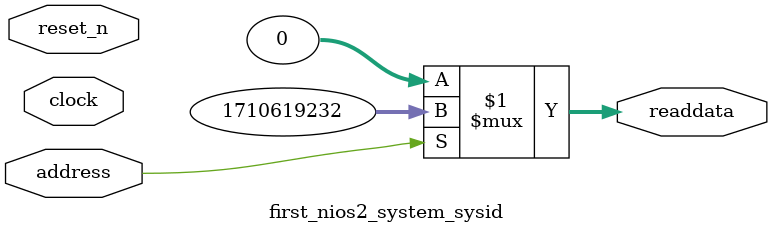
<source format=v>



// synthesis translate_off
`timescale 1ns / 1ps
// synthesis translate_on

// turn off superfluous verilog processor warnings 
// altera message_level Level1 
// altera message_off 10034 10035 10036 10037 10230 10240 10030 

module first_nios2_system_sysid (
               // inputs:
                address,
                clock,
                reset_n,

               // outputs:
                readdata
             )
;

  output  [ 31: 0] readdata;
  input            address;
  input            clock;
  input            reset_n;

  wire    [ 31: 0] readdata;
  //control_slave, which is an e_avalon_slave
  assign readdata = address ? 1710619232 : 0;

endmodule



</source>
